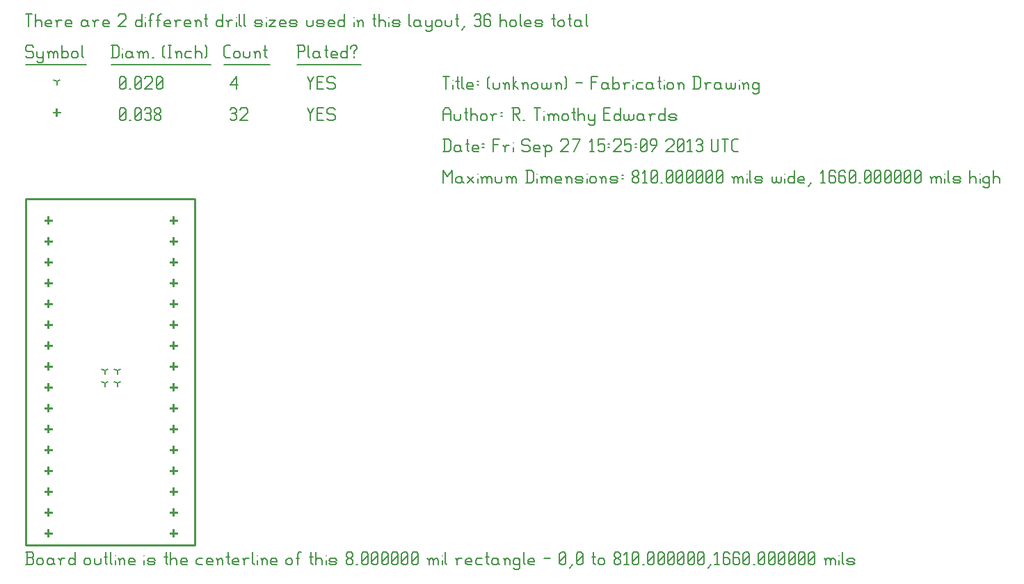
<source format=gbr>
G04 start of page 9 for group -3984 idx -3984 *
G04 Title: (unknown), fab *
G04 Creator: pcb 1.99z *
G04 CreationDate: Fri Sep 27 15:25:09 2013 UTC *
G04 For: tim *
G04 Format: Gerber/RS-274X *
G04 PCB-Dimensions (mil): 810.00 1660.00 *
G04 PCB-Coordinate-Origin: lower left *
%MOIN*%
%FSLAX25Y25*%
%LNFAB*%
%ADD36C,0.0100*%
%ADD35C,0.0075*%
%ADD34C,0.0060*%
%ADD33R,0.0080X0.0080*%
G54D33*X11000Y157100D02*Y153900D01*
X9400Y155500D02*X12600D01*
X11000Y147100D02*Y143900D01*
X9400Y145500D02*X12600D01*
X11000Y137100D02*Y133900D01*
X9400Y135500D02*X12600D01*
X11000Y127100D02*Y123900D01*
X9400Y125500D02*X12600D01*
X11000Y117100D02*Y113900D01*
X9400Y115500D02*X12600D01*
X11000Y107100D02*Y103900D01*
X9400Y105500D02*X12600D01*
X11000Y97100D02*Y93900D01*
X9400Y95500D02*X12600D01*
X11000Y87100D02*Y83900D01*
X9400Y85500D02*X12600D01*
X11000Y77100D02*Y73900D01*
X9400Y75500D02*X12600D01*
X11000Y67100D02*Y63900D01*
X9400Y65500D02*X12600D01*
X11000Y57100D02*Y53900D01*
X9400Y55500D02*X12600D01*
X11000Y47100D02*Y43900D01*
X9400Y45500D02*X12600D01*
X11000Y37100D02*Y33900D01*
X9400Y35500D02*X12600D01*
X11000Y27100D02*Y23900D01*
X9400Y25500D02*X12600D01*
X11000Y17100D02*Y13900D01*
X9400Y15500D02*X12600D01*
X11000Y7100D02*Y3900D01*
X9400Y5500D02*X12600D01*
X71000Y7100D02*Y3900D01*
X69400Y5500D02*X72600D01*
X71000Y17100D02*Y13900D01*
X69400Y15500D02*X72600D01*
X71000Y27100D02*Y23900D01*
X69400Y25500D02*X72600D01*
X71000Y37100D02*Y33900D01*
X69400Y35500D02*X72600D01*
X71000Y47100D02*Y43900D01*
X69400Y45500D02*X72600D01*
X71000Y57100D02*Y53900D01*
X69400Y55500D02*X72600D01*
X71000Y67100D02*Y63900D01*
X69400Y65500D02*X72600D01*
X71000Y77100D02*Y73900D01*
X69400Y75500D02*X72600D01*
X71000Y87100D02*Y83900D01*
X69400Y85500D02*X72600D01*
X71000Y97100D02*Y93900D01*
X69400Y95500D02*X72600D01*
X71000Y107100D02*Y103900D01*
X69400Y105500D02*X72600D01*
X71000Y117100D02*Y113900D01*
X69400Y115500D02*X72600D01*
X71000Y127100D02*Y123900D01*
X69400Y125500D02*X72600D01*
X71000Y137100D02*Y133900D01*
X69400Y135500D02*X72600D01*
X71000Y147100D02*Y143900D01*
X69400Y145500D02*X72600D01*
X71000Y157100D02*Y153900D01*
X69400Y155500D02*X72600D01*
X15000Y208850D02*Y205650D01*
X13400Y207250D02*X16600D01*
G54D34*X135000Y209500D02*X136500Y206500D01*
X138000Y209500D01*
X136500Y206500D02*Y203500D01*
X139800Y206800D02*X142050D01*
X139800Y203500D02*X142800D01*
X139800Y209500D02*Y203500D01*
Y209500D02*X142800D01*
X147600D02*X148350Y208750D01*
X145350Y209500D02*X147600D01*
X144600Y208750D02*X145350Y209500D01*
X144600Y208750D02*Y207250D01*
X145350Y206500D01*
X147600D01*
X148350Y205750D01*
Y204250D01*
X147600Y203500D02*X148350Y204250D01*
X145350Y203500D02*X147600D01*
X144600Y204250D02*X145350Y203500D01*
X98000Y208750D02*X98750Y209500D01*
X100250D01*
X101000Y208750D01*
X100250Y203500D02*X101000Y204250D01*
X98750Y203500D02*X100250D01*
X98000Y204250D02*X98750Y203500D01*
Y206800D02*X100250D01*
X101000Y208750D02*Y207550D01*
Y206050D02*Y204250D01*
Y206050D02*X100250Y206800D01*
X101000Y207550D02*X100250Y206800D01*
X102800Y208750D02*X103550Y209500D01*
X105800D01*
X106550Y208750D01*
Y207250D01*
X102800Y203500D02*X106550Y207250D01*
X102800Y203500D02*X106550D01*
X45000Y204250D02*X45750Y203500D01*
X45000Y208750D02*Y204250D01*
Y208750D02*X45750Y209500D01*
X47250D01*
X48000Y208750D01*
Y204250D01*
X47250Y203500D02*X48000Y204250D01*
X45750Y203500D02*X47250D01*
X45000Y205000D02*X48000Y208000D01*
X49800Y203500D02*X50550D01*
X52350Y204250D02*X53100Y203500D01*
X52350Y208750D02*Y204250D01*
Y208750D02*X53100Y209500D01*
X54600D01*
X55350Y208750D01*
Y204250D01*
X54600Y203500D02*X55350Y204250D01*
X53100Y203500D02*X54600D01*
X52350Y205000D02*X55350Y208000D01*
X57150Y208750D02*X57900Y209500D01*
X59400D01*
X60150Y208750D01*
X59400Y203500D02*X60150Y204250D01*
X57900Y203500D02*X59400D01*
X57150Y204250D02*X57900Y203500D01*
Y206800D02*X59400D01*
X60150Y208750D02*Y207550D01*
Y206050D02*Y204250D01*
Y206050D02*X59400Y206800D01*
X60150Y207550D02*X59400Y206800D01*
X61950Y204250D02*X62700Y203500D01*
X61950Y205450D02*Y204250D01*
Y205450D02*X63000Y206500D01*
X63900D01*
X64950Y205450D01*
Y204250D01*
X64200Y203500D02*X64950Y204250D01*
X62700Y203500D02*X64200D01*
X61950Y207550D02*X63000Y206500D01*
X61950Y208750D02*Y207550D01*
Y208750D02*X62700Y209500D01*
X64200D01*
X64950Y208750D01*
Y207550D01*
X63900Y206500D02*X64950Y207550D01*
X38000Y83500D02*Y81900D01*
Y83500D02*X39387Y84300D01*
X38000Y83500D02*X36613Y84300D01*
X44000Y83500D02*Y81900D01*
Y83500D02*X45387Y84300D01*
X44000Y83500D02*X42613Y84300D01*
X44000Y77500D02*Y75900D01*
Y77500D02*X45387Y78300D01*
X44000Y77500D02*X42613Y78300D01*
X38000Y77500D02*Y75900D01*
Y77500D02*X39387Y78300D01*
X38000Y77500D02*X36613Y78300D01*
X15000Y222250D02*Y220650D01*
Y222250D02*X16387Y223050D01*
X15000Y222250D02*X13613Y223050D01*
X135000Y224500D02*X136500Y221500D01*
X138000Y224500D01*
X136500Y221500D02*Y218500D01*
X139800Y221800D02*X142050D01*
X139800Y218500D02*X142800D01*
X139800Y224500D02*Y218500D01*
Y224500D02*X142800D01*
X147600D02*X148350Y223750D01*
X145350Y224500D02*X147600D01*
X144600Y223750D02*X145350Y224500D01*
X144600Y223750D02*Y222250D01*
X145350Y221500D01*
X147600D01*
X148350Y220750D01*
Y219250D01*
X147600Y218500D02*X148350Y219250D01*
X145350Y218500D02*X147600D01*
X144600Y219250D02*X145350Y218500D01*
X98000Y220750D02*X101000Y224500D01*
X98000Y220750D02*X101750D01*
X101000Y224500D02*Y218500D01*
X45000Y219250D02*X45750Y218500D01*
X45000Y223750D02*Y219250D01*
Y223750D02*X45750Y224500D01*
X47250D01*
X48000Y223750D01*
Y219250D01*
X47250Y218500D02*X48000Y219250D01*
X45750Y218500D02*X47250D01*
X45000Y220000D02*X48000Y223000D01*
X49800Y218500D02*X50550D01*
X52350Y219250D02*X53100Y218500D01*
X52350Y223750D02*Y219250D01*
Y223750D02*X53100Y224500D01*
X54600D01*
X55350Y223750D01*
Y219250D01*
X54600Y218500D02*X55350Y219250D01*
X53100Y218500D02*X54600D01*
X52350Y220000D02*X55350Y223000D01*
X57150Y223750D02*X57900Y224500D01*
X60150D01*
X60900Y223750D01*
Y222250D01*
X57150Y218500D02*X60900Y222250D01*
X57150Y218500D02*X60900D01*
X62700Y219250D02*X63450Y218500D01*
X62700Y223750D02*Y219250D01*
Y223750D02*X63450Y224500D01*
X64950D01*
X65700Y223750D01*
Y219250D01*
X64950Y218500D02*X65700Y219250D01*
X63450Y218500D02*X64950D01*
X62700Y220000D02*X65700Y223000D01*
X3000Y239500D02*X3750Y238750D01*
X750Y239500D02*X3000D01*
X0Y238750D02*X750Y239500D01*
X0Y238750D02*Y237250D01*
X750Y236500D01*
X3000D01*
X3750Y235750D01*
Y234250D01*
X3000Y233500D02*X3750Y234250D01*
X750Y233500D02*X3000D01*
X0Y234250D02*X750Y233500D01*
X5550Y236500D02*Y234250D01*
X6300Y233500D01*
X8550Y236500D02*Y232000D01*
X7800Y231250D02*X8550Y232000D01*
X6300Y231250D02*X7800D01*
X5550Y232000D02*X6300Y231250D01*
Y233500D02*X7800D01*
X8550Y234250D01*
X11100Y235750D02*Y233500D01*
Y235750D02*X11850Y236500D01*
X12600D01*
X13350Y235750D01*
Y233500D01*
Y235750D02*X14100Y236500D01*
X14850D01*
X15600Y235750D01*
Y233500D01*
X10350Y236500D02*X11100Y235750D01*
X17400Y239500D02*Y233500D01*
Y234250D02*X18150Y233500D01*
X19650D01*
X20400Y234250D01*
Y235750D02*Y234250D01*
X19650Y236500D02*X20400Y235750D01*
X18150Y236500D02*X19650D01*
X17400Y235750D02*X18150Y236500D01*
X22200Y235750D02*Y234250D01*
Y235750D02*X22950Y236500D01*
X24450D01*
X25200Y235750D01*
Y234250D01*
X24450Y233500D02*X25200Y234250D01*
X22950Y233500D02*X24450D01*
X22200Y234250D02*X22950Y233500D01*
X27000Y239500D02*Y234250D01*
X27750Y233500D01*
X0Y230250D02*X29250D01*
X41750Y239500D02*Y233500D01*
X43700Y239500D02*X44750Y238450D01*
Y234550D01*
X43700Y233500D02*X44750Y234550D01*
X41000Y233500D02*X43700D01*
X41000Y239500D02*X43700D01*
G54D35*X46550Y238000D02*Y237850D01*
G54D34*Y235750D02*Y233500D01*
X50300Y236500D02*X51050Y235750D01*
X48800Y236500D02*X50300D01*
X48050Y235750D02*X48800Y236500D01*
X48050Y235750D02*Y234250D01*
X48800Y233500D01*
X51050Y236500D02*Y234250D01*
X51800Y233500D01*
X48800D02*X50300D01*
X51050Y234250D01*
X54350Y235750D02*Y233500D01*
Y235750D02*X55100Y236500D01*
X55850D01*
X56600Y235750D01*
Y233500D01*
Y235750D02*X57350Y236500D01*
X58100D01*
X58850Y235750D01*
Y233500D01*
X53600Y236500D02*X54350Y235750D01*
X60650Y233500D02*X61400D01*
X65900Y234250D02*X66650Y233500D01*
X65900Y238750D02*X66650Y239500D01*
X65900Y238750D02*Y234250D01*
X68450Y239500D02*X69950D01*
X69200D02*Y233500D01*
X68450D02*X69950D01*
X72500Y235750D02*Y233500D01*
Y235750D02*X73250Y236500D01*
X74000D01*
X74750Y235750D01*
Y233500D01*
X71750Y236500D02*X72500Y235750D01*
X77300Y236500D02*X79550D01*
X76550Y235750D02*X77300Y236500D01*
X76550Y235750D02*Y234250D01*
X77300Y233500D01*
X79550D01*
X81350Y239500D02*Y233500D01*
Y235750D02*X82100Y236500D01*
X83600D01*
X84350Y235750D01*
Y233500D01*
X86150Y239500D02*X86900Y238750D01*
Y234250D01*
X86150Y233500D02*X86900Y234250D01*
X41000Y230250D02*X88700D01*
X96050Y233500D02*X98000D01*
X95000Y234550D02*X96050Y233500D01*
X95000Y238450D02*Y234550D01*
Y238450D02*X96050Y239500D01*
X98000D01*
X99800Y235750D02*Y234250D01*
Y235750D02*X100550Y236500D01*
X102050D01*
X102800Y235750D01*
Y234250D01*
X102050Y233500D02*X102800Y234250D01*
X100550Y233500D02*X102050D01*
X99800Y234250D02*X100550Y233500D01*
X104600Y236500D02*Y234250D01*
X105350Y233500D01*
X106850D01*
X107600Y234250D01*
Y236500D02*Y234250D01*
X110150Y235750D02*Y233500D01*
Y235750D02*X110900Y236500D01*
X111650D01*
X112400Y235750D01*
Y233500D01*
X109400Y236500D02*X110150Y235750D01*
X114950Y239500D02*Y234250D01*
X115700Y233500D01*
X114200Y237250D02*X115700D01*
X95000Y230250D02*X117200D01*
X130750Y239500D02*Y233500D01*
X130000Y239500D02*X133000D01*
X133750Y238750D01*
Y237250D01*
X133000Y236500D02*X133750Y237250D01*
X130750Y236500D02*X133000D01*
X135550Y239500D02*Y234250D01*
X136300Y233500D01*
X140050Y236500D02*X140800Y235750D01*
X138550Y236500D02*X140050D01*
X137800Y235750D02*X138550Y236500D01*
X137800Y235750D02*Y234250D01*
X138550Y233500D01*
X140800Y236500D02*Y234250D01*
X141550Y233500D01*
X138550D02*X140050D01*
X140800Y234250D01*
X144100Y239500D02*Y234250D01*
X144850Y233500D01*
X143350Y237250D02*X144850D01*
X147100Y233500D02*X149350D01*
X146350Y234250D02*X147100Y233500D01*
X146350Y235750D02*Y234250D01*
Y235750D02*X147100Y236500D01*
X148600D01*
X149350Y235750D01*
X146350Y235000D02*X149350D01*
Y235750D02*Y235000D01*
X154150Y239500D02*Y233500D01*
X153400D02*X154150Y234250D01*
X151900Y233500D02*X153400D01*
X151150Y234250D02*X151900Y233500D01*
X151150Y235750D02*Y234250D01*
Y235750D02*X151900Y236500D01*
X153400D01*
X154150Y235750D01*
X157450Y236500D02*Y235750D01*
Y234250D02*Y233500D01*
X155950Y238750D02*Y238000D01*
Y238750D02*X156700Y239500D01*
X158200D01*
X158950Y238750D01*
Y238000D01*
X157450Y236500D02*X158950Y238000D01*
X130000Y230250D02*X160750D01*
X0Y254500D02*X3000D01*
X1500D02*Y248500D01*
X4800Y254500D02*Y248500D01*
Y250750D02*X5550Y251500D01*
X7050D01*
X7800Y250750D01*
Y248500D01*
X10350D02*X12600D01*
X9600Y249250D02*X10350Y248500D01*
X9600Y250750D02*Y249250D01*
Y250750D02*X10350Y251500D01*
X11850D01*
X12600Y250750D01*
X9600Y250000D02*X12600D01*
Y250750D02*Y250000D01*
X15150Y250750D02*Y248500D01*
Y250750D02*X15900Y251500D01*
X17400D01*
X14400D02*X15150Y250750D01*
X19950Y248500D02*X22200D01*
X19200Y249250D02*X19950Y248500D01*
X19200Y250750D02*Y249250D01*
Y250750D02*X19950Y251500D01*
X21450D01*
X22200Y250750D01*
X19200Y250000D02*X22200D01*
Y250750D02*Y250000D01*
X28950Y251500D02*X29700Y250750D01*
X27450Y251500D02*X28950D01*
X26700Y250750D02*X27450Y251500D01*
X26700Y250750D02*Y249250D01*
X27450Y248500D01*
X29700Y251500D02*Y249250D01*
X30450Y248500D01*
X27450D02*X28950D01*
X29700Y249250D01*
X33000Y250750D02*Y248500D01*
Y250750D02*X33750Y251500D01*
X35250D01*
X32250D02*X33000Y250750D01*
X37800Y248500D02*X40050D01*
X37050Y249250D02*X37800Y248500D01*
X37050Y250750D02*Y249250D01*
Y250750D02*X37800Y251500D01*
X39300D01*
X40050Y250750D01*
X37050Y250000D02*X40050D01*
Y250750D02*Y250000D01*
X44550Y253750D02*X45300Y254500D01*
X47550D01*
X48300Y253750D01*
Y252250D01*
X44550Y248500D02*X48300Y252250D01*
X44550Y248500D02*X48300D01*
X55800Y254500D02*Y248500D01*
X55050D02*X55800Y249250D01*
X53550Y248500D02*X55050D01*
X52800Y249250D02*X53550Y248500D01*
X52800Y250750D02*Y249250D01*
Y250750D02*X53550Y251500D01*
X55050D01*
X55800Y250750D01*
G54D35*X57600Y253000D02*Y252850D01*
G54D34*Y250750D02*Y248500D01*
X59850Y253750D02*Y248500D01*
Y253750D02*X60600Y254500D01*
X61350D01*
X59100Y251500D02*X60600D01*
X63600Y253750D02*Y248500D01*
Y253750D02*X64350Y254500D01*
X65100D01*
X62850Y251500D02*X64350D01*
X67350Y248500D02*X69600D01*
X66600Y249250D02*X67350Y248500D01*
X66600Y250750D02*Y249250D01*
Y250750D02*X67350Y251500D01*
X68850D01*
X69600Y250750D01*
X66600Y250000D02*X69600D01*
Y250750D02*Y250000D01*
X72150Y250750D02*Y248500D01*
Y250750D02*X72900Y251500D01*
X74400D01*
X71400D02*X72150Y250750D01*
X76950Y248500D02*X79200D01*
X76200Y249250D02*X76950Y248500D01*
X76200Y250750D02*Y249250D01*
Y250750D02*X76950Y251500D01*
X78450D01*
X79200Y250750D01*
X76200Y250000D02*X79200D01*
Y250750D02*Y250000D01*
X81750Y250750D02*Y248500D01*
Y250750D02*X82500Y251500D01*
X83250D01*
X84000Y250750D01*
Y248500D01*
X81000Y251500D02*X81750Y250750D01*
X86550Y254500D02*Y249250D01*
X87300Y248500D01*
X85800Y252250D02*X87300D01*
X94500Y254500D02*Y248500D01*
X93750D02*X94500Y249250D01*
X92250Y248500D02*X93750D01*
X91500Y249250D02*X92250Y248500D01*
X91500Y250750D02*Y249250D01*
Y250750D02*X92250Y251500D01*
X93750D01*
X94500Y250750D01*
X97050D02*Y248500D01*
Y250750D02*X97800Y251500D01*
X99300D01*
X96300D02*X97050Y250750D01*
G54D35*X101100Y253000D02*Y252850D01*
G54D34*Y250750D02*Y248500D01*
X102600Y254500D02*Y249250D01*
X103350Y248500D01*
X104850Y254500D02*Y249250D01*
X105600Y248500D01*
X110550D02*X112800D01*
X113550Y249250D01*
X112800Y250000D02*X113550Y249250D01*
X110550Y250000D02*X112800D01*
X109800Y250750D02*X110550Y250000D01*
X109800Y250750D02*X110550Y251500D01*
X112800D01*
X113550Y250750D01*
X109800Y249250D02*X110550Y248500D01*
G54D35*X115350Y253000D02*Y252850D01*
G54D34*Y250750D02*Y248500D01*
X116850Y251500D02*X119850D01*
X116850Y248500D02*X119850Y251500D01*
X116850Y248500D02*X119850D01*
X122400D02*X124650D01*
X121650Y249250D02*X122400Y248500D01*
X121650Y250750D02*Y249250D01*
Y250750D02*X122400Y251500D01*
X123900D01*
X124650Y250750D01*
X121650Y250000D02*X124650D01*
Y250750D02*Y250000D01*
X127200Y248500D02*X129450D01*
X130200Y249250D01*
X129450Y250000D02*X130200Y249250D01*
X127200Y250000D02*X129450D01*
X126450Y250750D02*X127200Y250000D01*
X126450Y250750D02*X127200Y251500D01*
X129450D01*
X130200Y250750D01*
X126450Y249250D02*X127200Y248500D01*
X134700Y251500D02*Y249250D01*
X135450Y248500D01*
X136950D01*
X137700Y249250D01*
Y251500D02*Y249250D01*
X140250Y248500D02*X142500D01*
X143250Y249250D01*
X142500Y250000D02*X143250Y249250D01*
X140250Y250000D02*X142500D01*
X139500Y250750D02*X140250Y250000D01*
X139500Y250750D02*X140250Y251500D01*
X142500D01*
X143250Y250750D01*
X139500Y249250D02*X140250Y248500D01*
X145800D02*X148050D01*
X145050Y249250D02*X145800Y248500D01*
X145050Y250750D02*Y249250D01*
Y250750D02*X145800Y251500D01*
X147300D01*
X148050Y250750D01*
X145050Y250000D02*X148050D01*
Y250750D02*Y250000D01*
X152850Y254500D02*Y248500D01*
X152100D02*X152850Y249250D01*
X150600Y248500D02*X152100D01*
X149850Y249250D02*X150600Y248500D01*
X149850Y250750D02*Y249250D01*
Y250750D02*X150600Y251500D01*
X152100D01*
X152850Y250750D01*
G54D35*X157350Y253000D02*Y252850D01*
G54D34*Y250750D02*Y248500D01*
X159600Y250750D02*Y248500D01*
Y250750D02*X160350Y251500D01*
X161100D01*
X161850Y250750D01*
Y248500D01*
X158850Y251500D02*X159600Y250750D01*
X167100Y254500D02*Y249250D01*
X167850Y248500D01*
X166350Y252250D02*X167850D01*
X169350Y254500D02*Y248500D01*
Y250750D02*X170100Y251500D01*
X171600D01*
X172350Y250750D01*
Y248500D01*
G54D35*X174150Y253000D02*Y252850D01*
G54D34*Y250750D02*Y248500D01*
X176400D02*X178650D01*
X179400Y249250D01*
X178650Y250000D02*X179400Y249250D01*
X176400Y250000D02*X178650D01*
X175650Y250750D02*X176400Y250000D01*
X175650Y250750D02*X176400Y251500D01*
X178650D01*
X179400Y250750D01*
X175650Y249250D02*X176400Y248500D01*
X183900Y254500D02*Y249250D01*
X184650Y248500D01*
X188400Y251500D02*X189150Y250750D01*
X186900Y251500D02*X188400D01*
X186150Y250750D02*X186900Y251500D01*
X186150Y250750D02*Y249250D01*
X186900Y248500D01*
X189150Y251500D02*Y249250D01*
X189900Y248500D01*
X186900D02*X188400D01*
X189150Y249250D01*
X191700Y251500D02*Y249250D01*
X192450Y248500D01*
X194700Y251500D02*Y247000D01*
X193950Y246250D02*X194700Y247000D01*
X192450Y246250D02*X193950D01*
X191700Y247000D02*X192450Y246250D01*
Y248500D02*X193950D01*
X194700Y249250D01*
X196500Y250750D02*Y249250D01*
Y250750D02*X197250Y251500D01*
X198750D01*
X199500Y250750D01*
Y249250D01*
X198750Y248500D02*X199500Y249250D01*
X197250Y248500D02*X198750D01*
X196500Y249250D02*X197250Y248500D01*
X201300Y251500D02*Y249250D01*
X202050Y248500D01*
X203550D01*
X204300Y249250D01*
Y251500D02*Y249250D01*
X206850Y254500D02*Y249250D01*
X207600Y248500D01*
X206100Y252250D02*X207600D01*
X209100Y247000D02*X210600Y248500D01*
X215100Y253750D02*X215850Y254500D01*
X217350D01*
X218100Y253750D01*
X217350Y248500D02*X218100Y249250D01*
X215850Y248500D02*X217350D01*
X215100Y249250D02*X215850Y248500D01*
Y251800D02*X217350D01*
X218100Y253750D02*Y252550D01*
Y251050D02*Y249250D01*
Y251050D02*X217350Y251800D01*
X218100Y252550D02*X217350Y251800D01*
X222150Y254500D02*X222900Y253750D01*
X220650Y254500D02*X222150D01*
X219900Y253750D02*X220650Y254500D01*
X219900Y253750D02*Y249250D01*
X220650Y248500D01*
X222150Y251800D02*X222900Y251050D01*
X219900Y251800D02*X222150D01*
X220650Y248500D02*X222150D01*
X222900Y249250D01*
Y251050D02*Y249250D01*
X227400Y254500D02*Y248500D01*
Y250750D02*X228150Y251500D01*
X229650D01*
X230400Y250750D01*
Y248500D01*
X232200Y250750D02*Y249250D01*
Y250750D02*X232950Y251500D01*
X234450D01*
X235200Y250750D01*
Y249250D01*
X234450Y248500D02*X235200Y249250D01*
X232950Y248500D02*X234450D01*
X232200Y249250D02*X232950Y248500D01*
X237000Y254500D02*Y249250D01*
X237750Y248500D01*
X240000D02*X242250D01*
X239250Y249250D02*X240000Y248500D01*
X239250Y250750D02*Y249250D01*
Y250750D02*X240000Y251500D01*
X241500D01*
X242250Y250750D01*
X239250Y250000D02*X242250D01*
Y250750D02*Y250000D01*
X244800Y248500D02*X247050D01*
X247800Y249250D01*
X247050Y250000D02*X247800Y249250D01*
X244800Y250000D02*X247050D01*
X244050Y250750D02*X244800Y250000D01*
X244050Y250750D02*X244800Y251500D01*
X247050D01*
X247800Y250750D01*
X244050Y249250D02*X244800Y248500D01*
X253050Y254500D02*Y249250D01*
X253800Y248500D01*
X252300Y252250D02*X253800D01*
X255300Y250750D02*Y249250D01*
Y250750D02*X256050Y251500D01*
X257550D01*
X258300Y250750D01*
Y249250D01*
X257550Y248500D02*X258300Y249250D01*
X256050Y248500D02*X257550D01*
X255300Y249250D02*X256050Y248500D01*
X260850Y254500D02*Y249250D01*
X261600Y248500D01*
X260100Y252250D02*X261600D01*
X265350Y251500D02*X266100Y250750D01*
X263850Y251500D02*X265350D01*
X263100Y250750D02*X263850Y251500D01*
X263100Y250750D02*Y249250D01*
X263850Y248500D01*
X266100Y251500D02*Y249250D01*
X266850Y248500D01*
X263850D02*X265350D01*
X266100Y249250D01*
X268650Y254500D02*Y249250D01*
X269400Y248500D01*
G54D36*X0Y166000D02*X81000D01*
X0D02*Y0D01*
X81000Y166000D02*Y0D01*
X0D02*X81000D01*
G54D34*X200000Y179500D02*Y173500D01*
Y179500D02*X202250Y176500D01*
X204500Y179500D01*
Y173500D01*
X208550Y176500D02*X209300Y175750D01*
X207050Y176500D02*X208550D01*
X206300Y175750D02*X207050Y176500D01*
X206300Y175750D02*Y174250D01*
X207050Y173500D01*
X209300Y176500D02*Y174250D01*
X210050Y173500D01*
X207050D02*X208550D01*
X209300Y174250D01*
X211850Y176500D02*X214850Y173500D01*
X211850D02*X214850Y176500D01*
G54D35*X216650Y178000D02*Y177850D01*
G54D34*Y175750D02*Y173500D01*
X218900Y175750D02*Y173500D01*
Y175750D02*X219650Y176500D01*
X220400D01*
X221150Y175750D01*
Y173500D01*
Y175750D02*X221900Y176500D01*
X222650D01*
X223400Y175750D01*
Y173500D01*
X218150Y176500D02*X218900Y175750D01*
X225200Y176500D02*Y174250D01*
X225950Y173500D01*
X227450D01*
X228200Y174250D01*
Y176500D02*Y174250D01*
X230750Y175750D02*Y173500D01*
Y175750D02*X231500Y176500D01*
X232250D01*
X233000Y175750D01*
Y173500D01*
Y175750D02*X233750Y176500D01*
X234500D01*
X235250Y175750D01*
Y173500D01*
X230000Y176500D02*X230750Y175750D01*
X240500Y179500D02*Y173500D01*
X242450Y179500D02*X243500Y178450D01*
Y174550D01*
X242450Y173500D02*X243500Y174550D01*
X239750Y173500D02*X242450D01*
X239750Y179500D02*X242450D01*
G54D35*X245300Y178000D02*Y177850D01*
G54D34*Y175750D02*Y173500D01*
X247550Y175750D02*Y173500D01*
Y175750D02*X248300Y176500D01*
X249050D01*
X249800Y175750D01*
Y173500D01*
Y175750D02*X250550Y176500D01*
X251300D01*
X252050Y175750D01*
Y173500D01*
X246800Y176500D02*X247550Y175750D01*
X254600Y173500D02*X256850D01*
X253850Y174250D02*X254600Y173500D01*
X253850Y175750D02*Y174250D01*
Y175750D02*X254600Y176500D01*
X256100D01*
X256850Y175750D01*
X253850Y175000D02*X256850D01*
Y175750D02*Y175000D01*
X259400Y175750D02*Y173500D01*
Y175750D02*X260150Y176500D01*
X260900D01*
X261650Y175750D01*
Y173500D01*
X258650Y176500D02*X259400Y175750D01*
X264200Y173500D02*X266450D01*
X267200Y174250D01*
X266450Y175000D02*X267200Y174250D01*
X264200Y175000D02*X266450D01*
X263450Y175750D02*X264200Y175000D01*
X263450Y175750D02*X264200Y176500D01*
X266450D01*
X267200Y175750D01*
X263450Y174250D02*X264200Y173500D01*
G54D35*X269000Y178000D02*Y177850D01*
G54D34*Y175750D02*Y173500D01*
X270500Y175750D02*Y174250D01*
Y175750D02*X271250Y176500D01*
X272750D01*
X273500Y175750D01*
Y174250D01*
X272750Y173500D02*X273500Y174250D01*
X271250Y173500D02*X272750D01*
X270500Y174250D02*X271250Y173500D01*
X276050Y175750D02*Y173500D01*
Y175750D02*X276800Y176500D01*
X277550D01*
X278300Y175750D01*
Y173500D01*
X275300Y176500D02*X276050Y175750D01*
X280850Y173500D02*X283100D01*
X283850Y174250D01*
X283100Y175000D02*X283850Y174250D01*
X280850Y175000D02*X283100D01*
X280100Y175750D02*X280850Y175000D01*
X280100Y175750D02*X280850Y176500D01*
X283100D01*
X283850Y175750D01*
X280100Y174250D02*X280850Y173500D01*
X285650Y177250D02*X286400D01*
X285650Y175750D02*X286400D01*
X290900Y174250D02*X291650Y173500D01*
X290900Y175450D02*Y174250D01*
Y175450D02*X291950Y176500D01*
X292850D01*
X293900Y175450D01*
Y174250D01*
X293150Y173500D02*X293900Y174250D01*
X291650Y173500D02*X293150D01*
X290900Y177550D02*X291950Y176500D01*
X290900Y178750D02*Y177550D01*
Y178750D02*X291650Y179500D01*
X293150D01*
X293900Y178750D01*
Y177550D01*
X292850Y176500D02*X293900Y177550D01*
X295700Y178300D02*X296900Y179500D01*
Y173500D01*
X295700D02*X297950D01*
X299750Y174250D02*X300500Y173500D01*
X299750Y178750D02*Y174250D01*
Y178750D02*X300500Y179500D01*
X302000D01*
X302750Y178750D01*
Y174250D01*
X302000Y173500D02*X302750Y174250D01*
X300500Y173500D02*X302000D01*
X299750Y175000D02*X302750Y178000D01*
X304550Y173500D02*X305300D01*
X307100Y174250D02*X307850Y173500D01*
X307100Y178750D02*Y174250D01*
Y178750D02*X307850Y179500D01*
X309350D01*
X310100Y178750D01*
Y174250D01*
X309350Y173500D02*X310100Y174250D01*
X307850Y173500D02*X309350D01*
X307100Y175000D02*X310100Y178000D01*
X311900Y174250D02*X312650Y173500D01*
X311900Y178750D02*Y174250D01*
Y178750D02*X312650Y179500D01*
X314150D01*
X314900Y178750D01*
Y174250D01*
X314150Y173500D02*X314900Y174250D01*
X312650Y173500D02*X314150D01*
X311900Y175000D02*X314900Y178000D01*
X316700Y174250D02*X317450Y173500D01*
X316700Y178750D02*Y174250D01*
Y178750D02*X317450Y179500D01*
X318950D01*
X319700Y178750D01*
Y174250D01*
X318950Y173500D02*X319700Y174250D01*
X317450Y173500D02*X318950D01*
X316700Y175000D02*X319700Y178000D01*
X321500Y174250D02*X322250Y173500D01*
X321500Y178750D02*Y174250D01*
Y178750D02*X322250Y179500D01*
X323750D01*
X324500Y178750D01*
Y174250D01*
X323750Y173500D02*X324500Y174250D01*
X322250Y173500D02*X323750D01*
X321500Y175000D02*X324500Y178000D01*
X326300Y174250D02*X327050Y173500D01*
X326300Y178750D02*Y174250D01*
Y178750D02*X327050Y179500D01*
X328550D01*
X329300Y178750D01*
Y174250D01*
X328550Y173500D02*X329300Y174250D01*
X327050Y173500D02*X328550D01*
X326300Y175000D02*X329300Y178000D01*
X331100Y174250D02*X331850Y173500D01*
X331100Y178750D02*Y174250D01*
Y178750D02*X331850Y179500D01*
X333350D01*
X334100Y178750D01*
Y174250D01*
X333350Y173500D02*X334100Y174250D01*
X331850Y173500D02*X333350D01*
X331100Y175000D02*X334100Y178000D01*
X339350Y175750D02*Y173500D01*
Y175750D02*X340100Y176500D01*
X340850D01*
X341600Y175750D01*
Y173500D01*
Y175750D02*X342350Y176500D01*
X343100D01*
X343850Y175750D01*
Y173500D01*
X338600Y176500D02*X339350Y175750D01*
G54D35*X345650Y178000D02*Y177850D01*
G54D34*Y175750D02*Y173500D01*
X347150Y179500D02*Y174250D01*
X347900Y173500D01*
X350150D02*X352400D01*
X353150Y174250D01*
X352400Y175000D02*X353150Y174250D01*
X350150Y175000D02*X352400D01*
X349400Y175750D02*X350150Y175000D01*
X349400Y175750D02*X350150Y176500D01*
X352400D01*
X353150Y175750D01*
X349400Y174250D02*X350150Y173500D01*
X357650Y176500D02*Y174250D01*
X358400Y173500D01*
X359150D01*
X359900Y174250D01*
Y176500D02*Y174250D01*
X360650Y173500D01*
X361400D01*
X362150Y174250D01*
Y176500D02*Y174250D01*
G54D35*X363950Y178000D02*Y177850D01*
G54D34*Y175750D02*Y173500D01*
X368450Y179500D02*Y173500D01*
X367700D02*X368450Y174250D01*
X366200Y173500D02*X367700D01*
X365450Y174250D02*X366200Y173500D01*
X365450Y175750D02*Y174250D01*
Y175750D02*X366200Y176500D01*
X367700D01*
X368450Y175750D01*
X371000Y173500D02*X373250D01*
X370250Y174250D02*X371000Y173500D01*
X370250Y175750D02*Y174250D01*
Y175750D02*X371000Y176500D01*
X372500D01*
X373250Y175750D01*
X370250Y175000D02*X373250D01*
Y175750D02*Y175000D01*
X375050Y172000D02*X376550Y173500D01*
X381050Y178300D02*X382250Y179500D01*
Y173500D01*
X381050D02*X383300D01*
X387350Y179500D02*X388100Y178750D01*
X385850Y179500D02*X387350D01*
X385100Y178750D02*X385850Y179500D01*
X385100Y178750D02*Y174250D01*
X385850Y173500D01*
X387350Y176800D02*X388100Y176050D01*
X385100Y176800D02*X387350D01*
X385850Y173500D02*X387350D01*
X388100Y174250D01*
Y176050D02*Y174250D01*
X392150Y179500D02*X392900Y178750D01*
X390650Y179500D02*X392150D01*
X389900Y178750D02*X390650Y179500D01*
X389900Y178750D02*Y174250D01*
X390650Y173500D01*
X392150Y176800D02*X392900Y176050D01*
X389900Y176800D02*X392150D01*
X390650Y173500D02*X392150D01*
X392900Y174250D01*
Y176050D02*Y174250D01*
X394700D02*X395450Y173500D01*
X394700Y178750D02*Y174250D01*
Y178750D02*X395450Y179500D01*
X396950D01*
X397700Y178750D01*
Y174250D01*
X396950Y173500D02*X397700Y174250D01*
X395450Y173500D02*X396950D01*
X394700Y175000D02*X397700Y178000D01*
X399500Y173500D02*X400250D01*
X402050Y174250D02*X402800Y173500D01*
X402050Y178750D02*Y174250D01*
Y178750D02*X402800Y179500D01*
X404300D01*
X405050Y178750D01*
Y174250D01*
X404300Y173500D02*X405050Y174250D01*
X402800Y173500D02*X404300D01*
X402050Y175000D02*X405050Y178000D01*
X406850Y174250D02*X407600Y173500D01*
X406850Y178750D02*Y174250D01*
Y178750D02*X407600Y179500D01*
X409100D01*
X409850Y178750D01*
Y174250D01*
X409100Y173500D02*X409850Y174250D01*
X407600Y173500D02*X409100D01*
X406850Y175000D02*X409850Y178000D01*
X411650Y174250D02*X412400Y173500D01*
X411650Y178750D02*Y174250D01*
Y178750D02*X412400Y179500D01*
X413900D01*
X414650Y178750D01*
Y174250D01*
X413900Y173500D02*X414650Y174250D01*
X412400Y173500D02*X413900D01*
X411650Y175000D02*X414650Y178000D01*
X416450Y174250D02*X417200Y173500D01*
X416450Y178750D02*Y174250D01*
Y178750D02*X417200Y179500D01*
X418700D01*
X419450Y178750D01*
Y174250D01*
X418700Y173500D02*X419450Y174250D01*
X417200Y173500D02*X418700D01*
X416450Y175000D02*X419450Y178000D01*
X421250Y174250D02*X422000Y173500D01*
X421250Y178750D02*Y174250D01*
Y178750D02*X422000Y179500D01*
X423500D01*
X424250Y178750D01*
Y174250D01*
X423500Y173500D02*X424250Y174250D01*
X422000Y173500D02*X423500D01*
X421250Y175000D02*X424250Y178000D01*
X426050Y174250D02*X426800Y173500D01*
X426050Y178750D02*Y174250D01*
Y178750D02*X426800Y179500D01*
X428300D01*
X429050Y178750D01*
Y174250D01*
X428300Y173500D02*X429050Y174250D01*
X426800Y173500D02*X428300D01*
X426050Y175000D02*X429050Y178000D01*
X434300Y175750D02*Y173500D01*
Y175750D02*X435050Y176500D01*
X435800D01*
X436550Y175750D01*
Y173500D01*
Y175750D02*X437300Y176500D01*
X438050D01*
X438800Y175750D01*
Y173500D01*
X433550Y176500D02*X434300Y175750D01*
G54D35*X440600Y178000D02*Y177850D01*
G54D34*Y175750D02*Y173500D01*
X442100Y179500D02*Y174250D01*
X442850Y173500D01*
X445100D02*X447350D01*
X448100Y174250D01*
X447350Y175000D02*X448100Y174250D01*
X445100Y175000D02*X447350D01*
X444350Y175750D02*X445100Y175000D01*
X444350Y175750D02*X445100Y176500D01*
X447350D01*
X448100Y175750D01*
X444350Y174250D02*X445100Y173500D01*
X452600Y179500D02*Y173500D01*
Y175750D02*X453350Y176500D01*
X454850D01*
X455600Y175750D01*
Y173500D01*
G54D35*X457400Y178000D02*Y177850D01*
G54D34*Y175750D02*Y173500D01*
X461150Y176500D02*X461900Y175750D01*
X459650Y176500D02*X461150D01*
X458900Y175750D02*X459650Y176500D01*
X458900Y175750D02*Y174250D01*
X459650Y173500D01*
X461150D01*
X461900Y174250D01*
X458900Y172000D02*X459650Y171250D01*
X461150D01*
X461900Y172000D01*
Y176500D02*Y172000D01*
X463700Y179500D02*Y173500D01*
Y175750D02*X464450Y176500D01*
X465950D01*
X466700Y175750D01*
Y173500D01*
X0Y-9500D02*X3000D01*
X3750Y-8750D01*
Y-6950D02*Y-8750D01*
X3000Y-6200D02*X3750Y-6950D01*
X750Y-6200D02*X3000D01*
X750Y-3500D02*Y-9500D01*
X0Y-3500D02*X3000D01*
X3750Y-4250D01*
Y-5450D01*
X3000Y-6200D02*X3750Y-5450D01*
X5550Y-7250D02*Y-8750D01*
Y-7250D02*X6300Y-6500D01*
X7800D01*
X8550Y-7250D01*
Y-8750D01*
X7800Y-9500D02*X8550Y-8750D01*
X6300Y-9500D02*X7800D01*
X5550Y-8750D02*X6300Y-9500D01*
X12600Y-6500D02*X13350Y-7250D01*
X11100Y-6500D02*X12600D01*
X10350Y-7250D02*X11100Y-6500D01*
X10350Y-7250D02*Y-8750D01*
X11100Y-9500D01*
X13350Y-6500D02*Y-8750D01*
X14100Y-9500D01*
X11100D02*X12600D01*
X13350Y-8750D01*
X16650Y-7250D02*Y-9500D01*
Y-7250D02*X17400Y-6500D01*
X18900D01*
X15900D02*X16650Y-7250D01*
X23700Y-3500D02*Y-9500D01*
X22950D02*X23700Y-8750D01*
X21450Y-9500D02*X22950D01*
X20700Y-8750D02*X21450Y-9500D01*
X20700Y-7250D02*Y-8750D01*
Y-7250D02*X21450Y-6500D01*
X22950D01*
X23700Y-7250D01*
X28200D02*Y-8750D01*
Y-7250D02*X28950Y-6500D01*
X30450D01*
X31200Y-7250D01*
Y-8750D01*
X30450Y-9500D02*X31200Y-8750D01*
X28950Y-9500D02*X30450D01*
X28200Y-8750D02*X28950Y-9500D01*
X33000Y-6500D02*Y-8750D01*
X33750Y-9500D01*
X35250D01*
X36000Y-8750D01*
Y-6500D02*Y-8750D01*
X38550Y-3500D02*Y-8750D01*
X39300Y-9500D01*
X37800Y-5750D02*X39300D01*
X40800Y-3500D02*Y-8750D01*
X41550Y-9500D01*
G54D35*X43050Y-5000D02*Y-5150D01*
G54D34*Y-7250D02*Y-9500D01*
X45300Y-7250D02*Y-9500D01*
Y-7250D02*X46050Y-6500D01*
X46800D01*
X47550Y-7250D01*
Y-9500D01*
X44550Y-6500D02*X45300Y-7250D01*
X50100Y-9500D02*X52350D01*
X49350Y-8750D02*X50100Y-9500D01*
X49350Y-7250D02*Y-8750D01*
Y-7250D02*X50100Y-6500D01*
X51600D01*
X52350Y-7250D01*
X49350Y-8000D02*X52350D01*
Y-7250D02*Y-8000D01*
G54D35*X56850Y-5000D02*Y-5150D01*
G54D34*Y-7250D02*Y-9500D01*
X59100D02*X61350D01*
X62100Y-8750D01*
X61350Y-8000D02*X62100Y-8750D01*
X59100Y-8000D02*X61350D01*
X58350Y-7250D02*X59100Y-8000D01*
X58350Y-7250D02*X59100Y-6500D01*
X61350D01*
X62100Y-7250D01*
X58350Y-8750D02*X59100Y-9500D01*
X67350Y-3500D02*Y-8750D01*
X68100Y-9500D01*
X66600Y-5750D02*X68100D01*
X69600Y-3500D02*Y-9500D01*
Y-7250D02*X70350Y-6500D01*
X71850D01*
X72600Y-7250D01*
Y-9500D01*
X75150D02*X77400D01*
X74400Y-8750D02*X75150Y-9500D01*
X74400Y-7250D02*Y-8750D01*
Y-7250D02*X75150Y-6500D01*
X76650D01*
X77400Y-7250D01*
X74400Y-8000D02*X77400D01*
Y-7250D02*Y-8000D01*
X82650Y-6500D02*X84900D01*
X81900Y-7250D02*X82650Y-6500D01*
X81900Y-7250D02*Y-8750D01*
X82650Y-9500D01*
X84900D01*
X87450D02*X89700D01*
X86700Y-8750D02*X87450Y-9500D01*
X86700Y-7250D02*Y-8750D01*
Y-7250D02*X87450Y-6500D01*
X88950D01*
X89700Y-7250D01*
X86700Y-8000D02*X89700D01*
Y-7250D02*Y-8000D01*
X92250Y-7250D02*Y-9500D01*
Y-7250D02*X93000Y-6500D01*
X93750D01*
X94500Y-7250D01*
Y-9500D01*
X91500Y-6500D02*X92250Y-7250D01*
X97050Y-3500D02*Y-8750D01*
X97800Y-9500D01*
X96300Y-5750D02*X97800D01*
X100050Y-9500D02*X102300D01*
X99300Y-8750D02*X100050Y-9500D01*
X99300Y-7250D02*Y-8750D01*
Y-7250D02*X100050Y-6500D01*
X101550D01*
X102300Y-7250D01*
X99300Y-8000D02*X102300D01*
Y-7250D02*Y-8000D01*
X104850Y-7250D02*Y-9500D01*
Y-7250D02*X105600Y-6500D01*
X107100D01*
X104100D02*X104850Y-7250D01*
X108900Y-3500D02*Y-8750D01*
X109650Y-9500D01*
G54D35*X111150Y-5000D02*Y-5150D01*
G54D34*Y-7250D02*Y-9500D01*
X113400Y-7250D02*Y-9500D01*
Y-7250D02*X114150Y-6500D01*
X114900D01*
X115650Y-7250D01*
Y-9500D01*
X112650Y-6500D02*X113400Y-7250D01*
X118200Y-9500D02*X120450D01*
X117450Y-8750D02*X118200Y-9500D01*
X117450Y-7250D02*Y-8750D01*
Y-7250D02*X118200Y-6500D01*
X119700D01*
X120450Y-7250D01*
X117450Y-8000D02*X120450D01*
Y-7250D02*Y-8000D01*
X124950Y-7250D02*Y-8750D01*
Y-7250D02*X125700Y-6500D01*
X127200D01*
X127950Y-7250D01*
Y-8750D01*
X127200Y-9500D02*X127950Y-8750D01*
X125700Y-9500D02*X127200D01*
X124950Y-8750D02*X125700Y-9500D01*
X130500Y-4250D02*Y-9500D01*
Y-4250D02*X131250Y-3500D01*
X132000D01*
X129750Y-6500D02*X131250D01*
X136950Y-3500D02*Y-8750D01*
X137700Y-9500D01*
X136200Y-5750D02*X137700D01*
X139200Y-3500D02*Y-9500D01*
Y-7250D02*X139950Y-6500D01*
X141450D01*
X142200Y-7250D01*
Y-9500D01*
G54D35*X144000Y-5000D02*Y-5150D01*
G54D34*Y-7250D02*Y-9500D01*
X146250D02*X148500D01*
X149250Y-8750D01*
X148500Y-8000D02*X149250Y-8750D01*
X146250Y-8000D02*X148500D01*
X145500Y-7250D02*X146250Y-8000D01*
X145500Y-7250D02*X146250Y-6500D01*
X148500D01*
X149250Y-7250D01*
X145500Y-8750D02*X146250Y-9500D01*
X153750Y-8750D02*X154500Y-9500D01*
X153750Y-7550D02*Y-8750D01*
Y-7550D02*X154800Y-6500D01*
X155700D01*
X156750Y-7550D01*
Y-8750D01*
X156000Y-9500D02*X156750Y-8750D01*
X154500Y-9500D02*X156000D01*
X153750Y-5450D02*X154800Y-6500D01*
X153750Y-4250D02*Y-5450D01*
Y-4250D02*X154500Y-3500D01*
X156000D01*
X156750Y-4250D01*
Y-5450D01*
X155700Y-6500D02*X156750Y-5450D01*
X158550Y-9500D02*X159300D01*
X161100Y-8750D02*X161850Y-9500D01*
X161100Y-4250D02*Y-8750D01*
Y-4250D02*X161850Y-3500D01*
X163350D01*
X164100Y-4250D01*
Y-8750D01*
X163350Y-9500D02*X164100Y-8750D01*
X161850Y-9500D02*X163350D01*
X161100Y-8000D02*X164100Y-5000D01*
X165900Y-8750D02*X166650Y-9500D01*
X165900Y-4250D02*Y-8750D01*
Y-4250D02*X166650Y-3500D01*
X168150D01*
X168900Y-4250D01*
Y-8750D01*
X168150Y-9500D02*X168900Y-8750D01*
X166650Y-9500D02*X168150D01*
X165900Y-8000D02*X168900Y-5000D01*
X170700Y-8750D02*X171450Y-9500D01*
X170700Y-4250D02*Y-8750D01*
Y-4250D02*X171450Y-3500D01*
X172950D01*
X173700Y-4250D01*
Y-8750D01*
X172950Y-9500D02*X173700Y-8750D01*
X171450Y-9500D02*X172950D01*
X170700Y-8000D02*X173700Y-5000D01*
X175500Y-8750D02*X176250Y-9500D01*
X175500Y-4250D02*Y-8750D01*
Y-4250D02*X176250Y-3500D01*
X177750D01*
X178500Y-4250D01*
Y-8750D01*
X177750Y-9500D02*X178500Y-8750D01*
X176250Y-9500D02*X177750D01*
X175500Y-8000D02*X178500Y-5000D01*
X180300Y-8750D02*X181050Y-9500D01*
X180300Y-4250D02*Y-8750D01*
Y-4250D02*X181050Y-3500D01*
X182550D01*
X183300Y-4250D01*
Y-8750D01*
X182550Y-9500D02*X183300Y-8750D01*
X181050Y-9500D02*X182550D01*
X180300Y-8000D02*X183300Y-5000D01*
X185100Y-8750D02*X185850Y-9500D01*
X185100Y-4250D02*Y-8750D01*
Y-4250D02*X185850Y-3500D01*
X187350D01*
X188100Y-4250D01*
Y-8750D01*
X187350Y-9500D02*X188100Y-8750D01*
X185850Y-9500D02*X187350D01*
X185100Y-8000D02*X188100Y-5000D01*
X193350Y-7250D02*Y-9500D01*
Y-7250D02*X194100Y-6500D01*
X194850D01*
X195600Y-7250D01*
Y-9500D01*
Y-7250D02*X196350Y-6500D01*
X197100D01*
X197850Y-7250D01*
Y-9500D01*
X192600Y-6500D02*X193350Y-7250D01*
G54D35*X199650Y-5000D02*Y-5150D01*
G54D34*Y-7250D02*Y-9500D01*
X201150Y-3500D02*Y-8750D01*
X201900Y-9500D01*
X206850Y-7250D02*Y-9500D01*
Y-7250D02*X207600Y-6500D01*
X209100D01*
X206100D02*X206850Y-7250D01*
X211650Y-9500D02*X213900D01*
X210900Y-8750D02*X211650Y-9500D01*
X210900Y-7250D02*Y-8750D01*
Y-7250D02*X211650Y-6500D01*
X213150D01*
X213900Y-7250D01*
X210900Y-8000D02*X213900D01*
Y-7250D02*Y-8000D01*
X216450Y-6500D02*X218700D01*
X215700Y-7250D02*X216450Y-6500D01*
X215700Y-7250D02*Y-8750D01*
X216450Y-9500D01*
X218700D01*
X221250Y-3500D02*Y-8750D01*
X222000Y-9500D01*
X220500Y-5750D02*X222000D01*
X225750Y-6500D02*X226500Y-7250D01*
X224250Y-6500D02*X225750D01*
X223500Y-7250D02*X224250Y-6500D01*
X223500Y-7250D02*Y-8750D01*
X224250Y-9500D01*
X226500Y-6500D02*Y-8750D01*
X227250Y-9500D01*
X224250D02*X225750D01*
X226500Y-8750D01*
X229800Y-7250D02*Y-9500D01*
Y-7250D02*X230550Y-6500D01*
X231300D01*
X232050Y-7250D01*
Y-9500D01*
X229050Y-6500D02*X229800Y-7250D01*
X236100Y-6500D02*X236850Y-7250D01*
X234600Y-6500D02*X236100D01*
X233850Y-7250D02*X234600Y-6500D01*
X233850Y-7250D02*Y-8750D01*
X234600Y-9500D01*
X236100D01*
X236850Y-8750D01*
X233850Y-11000D02*X234600Y-11750D01*
X236100D01*
X236850Y-11000D01*
Y-6500D02*Y-11000D01*
X238650Y-3500D02*Y-8750D01*
X239400Y-9500D01*
X241650D02*X243900D01*
X240900Y-8750D02*X241650Y-9500D01*
X240900Y-7250D02*Y-8750D01*
Y-7250D02*X241650Y-6500D01*
X243150D01*
X243900Y-7250D01*
X240900Y-8000D02*X243900D01*
Y-7250D02*Y-8000D01*
X248400Y-6500D02*X251400D01*
X255900Y-8750D02*X256650Y-9500D01*
X255900Y-4250D02*Y-8750D01*
Y-4250D02*X256650Y-3500D01*
X258150D01*
X258900Y-4250D01*
Y-8750D01*
X258150Y-9500D02*X258900Y-8750D01*
X256650Y-9500D02*X258150D01*
X255900Y-8000D02*X258900Y-5000D01*
X260700Y-11000D02*X262200Y-9500D01*
X264000Y-8750D02*X264750Y-9500D01*
X264000Y-4250D02*Y-8750D01*
Y-4250D02*X264750Y-3500D01*
X266250D01*
X267000Y-4250D01*
Y-8750D01*
X266250Y-9500D02*X267000Y-8750D01*
X264750Y-9500D02*X266250D01*
X264000Y-8000D02*X267000Y-5000D01*
X272250Y-3500D02*Y-8750D01*
X273000Y-9500D01*
X271500Y-5750D02*X273000D01*
X274500Y-7250D02*Y-8750D01*
Y-7250D02*X275250Y-6500D01*
X276750D01*
X277500Y-7250D01*
Y-8750D01*
X276750Y-9500D02*X277500Y-8750D01*
X275250Y-9500D02*X276750D01*
X274500Y-8750D02*X275250Y-9500D01*
X282000Y-8750D02*X282750Y-9500D01*
X282000Y-7550D02*Y-8750D01*
Y-7550D02*X283050Y-6500D01*
X283950D01*
X285000Y-7550D01*
Y-8750D01*
X284250Y-9500D02*X285000Y-8750D01*
X282750Y-9500D02*X284250D01*
X282000Y-5450D02*X283050Y-6500D01*
X282000Y-4250D02*Y-5450D01*
Y-4250D02*X282750Y-3500D01*
X284250D01*
X285000Y-4250D01*
Y-5450D01*
X283950Y-6500D02*X285000Y-5450D01*
X286800Y-4700D02*X288000Y-3500D01*
Y-9500D01*
X286800D02*X289050D01*
X290850Y-8750D02*X291600Y-9500D01*
X290850Y-4250D02*Y-8750D01*
Y-4250D02*X291600Y-3500D01*
X293100D01*
X293850Y-4250D01*
Y-8750D01*
X293100Y-9500D02*X293850Y-8750D01*
X291600Y-9500D02*X293100D01*
X290850Y-8000D02*X293850Y-5000D01*
X295650Y-9500D02*X296400D01*
X298200Y-8750D02*X298950Y-9500D01*
X298200Y-4250D02*Y-8750D01*
Y-4250D02*X298950Y-3500D01*
X300450D01*
X301200Y-4250D01*
Y-8750D01*
X300450Y-9500D02*X301200Y-8750D01*
X298950Y-9500D02*X300450D01*
X298200Y-8000D02*X301200Y-5000D01*
X303000Y-8750D02*X303750Y-9500D01*
X303000Y-4250D02*Y-8750D01*
Y-4250D02*X303750Y-3500D01*
X305250D01*
X306000Y-4250D01*
Y-8750D01*
X305250Y-9500D02*X306000Y-8750D01*
X303750Y-9500D02*X305250D01*
X303000Y-8000D02*X306000Y-5000D01*
X307800Y-8750D02*X308550Y-9500D01*
X307800Y-4250D02*Y-8750D01*
Y-4250D02*X308550Y-3500D01*
X310050D01*
X310800Y-4250D01*
Y-8750D01*
X310050Y-9500D02*X310800Y-8750D01*
X308550Y-9500D02*X310050D01*
X307800Y-8000D02*X310800Y-5000D01*
X312600Y-8750D02*X313350Y-9500D01*
X312600Y-4250D02*Y-8750D01*
Y-4250D02*X313350Y-3500D01*
X314850D01*
X315600Y-4250D01*
Y-8750D01*
X314850Y-9500D02*X315600Y-8750D01*
X313350Y-9500D02*X314850D01*
X312600Y-8000D02*X315600Y-5000D01*
X317400Y-8750D02*X318150Y-9500D01*
X317400Y-4250D02*Y-8750D01*
Y-4250D02*X318150Y-3500D01*
X319650D01*
X320400Y-4250D01*
Y-8750D01*
X319650Y-9500D02*X320400Y-8750D01*
X318150Y-9500D02*X319650D01*
X317400Y-8000D02*X320400Y-5000D01*
X322200Y-8750D02*X322950Y-9500D01*
X322200Y-4250D02*Y-8750D01*
Y-4250D02*X322950Y-3500D01*
X324450D01*
X325200Y-4250D01*
Y-8750D01*
X324450Y-9500D02*X325200Y-8750D01*
X322950Y-9500D02*X324450D01*
X322200Y-8000D02*X325200Y-5000D01*
X327000Y-11000D02*X328500Y-9500D01*
X330300Y-4700D02*X331500Y-3500D01*
Y-9500D01*
X330300D02*X332550D01*
X336600Y-3500D02*X337350Y-4250D01*
X335100Y-3500D02*X336600D01*
X334350Y-4250D02*X335100Y-3500D01*
X334350Y-4250D02*Y-8750D01*
X335100Y-9500D01*
X336600Y-6200D02*X337350Y-6950D01*
X334350Y-6200D02*X336600D01*
X335100Y-9500D02*X336600D01*
X337350Y-8750D01*
Y-6950D02*Y-8750D01*
X341400Y-3500D02*X342150Y-4250D01*
X339900Y-3500D02*X341400D01*
X339150Y-4250D02*X339900Y-3500D01*
X339150Y-4250D02*Y-8750D01*
X339900Y-9500D01*
X341400Y-6200D02*X342150Y-6950D01*
X339150Y-6200D02*X341400D01*
X339900Y-9500D02*X341400D01*
X342150Y-8750D01*
Y-6950D02*Y-8750D01*
X343950D02*X344700Y-9500D01*
X343950Y-4250D02*Y-8750D01*
Y-4250D02*X344700Y-3500D01*
X346200D01*
X346950Y-4250D01*
Y-8750D01*
X346200Y-9500D02*X346950Y-8750D01*
X344700Y-9500D02*X346200D01*
X343950Y-8000D02*X346950Y-5000D01*
X348750Y-9500D02*X349500D01*
X351300Y-8750D02*X352050Y-9500D01*
X351300Y-4250D02*Y-8750D01*
Y-4250D02*X352050Y-3500D01*
X353550D01*
X354300Y-4250D01*
Y-8750D01*
X353550Y-9500D02*X354300Y-8750D01*
X352050Y-9500D02*X353550D01*
X351300Y-8000D02*X354300Y-5000D01*
X356100Y-8750D02*X356850Y-9500D01*
X356100Y-4250D02*Y-8750D01*
Y-4250D02*X356850Y-3500D01*
X358350D01*
X359100Y-4250D01*
Y-8750D01*
X358350Y-9500D02*X359100Y-8750D01*
X356850Y-9500D02*X358350D01*
X356100Y-8000D02*X359100Y-5000D01*
X360900Y-8750D02*X361650Y-9500D01*
X360900Y-4250D02*Y-8750D01*
Y-4250D02*X361650Y-3500D01*
X363150D01*
X363900Y-4250D01*
Y-8750D01*
X363150Y-9500D02*X363900Y-8750D01*
X361650Y-9500D02*X363150D01*
X360900Y-8000D02*X363900Y-5000D01*
X365700Y-8750D02*X366450Y-9500D01*
X365700Y-4250D02*Y-8750D01*
Y-4250D02*X366450Y-3500D01*
X367950D01*
X368700Y-4250D01*
Y-8750D01*
X367950Y-9500D02*X368700Y-8750D01*
X366450Y-9500D02*X367950D01*
X365700Y-8000D02*X368700Y-5000D01*
X370500Y-8750D02*X371250Y-9500D01*
X370500Y-4250D02*Y-8750D01*
Y-4250D02*X371250Y-3500D01*
X372750D01*
X373500Y-4250D01*
Y-8750D01*
X372750Y-9500D02*X373500Y-8750D01*
X371250Y-9500D02*X372750D01*
X370500Y-8000D02*X373500Y-5000D01*
X375300Y-8750D02*X376050Y-9500D01*
X375300Y-4250D02*Y-8750D01*
Y-4250D02*X376050Y-3500D01*
X377550D01*
X378300Y-4250D01*
Y-8750D01*
X377550Y-9500D02*X378300Y-8750D01*
X376050Y-9500D02*X377550D01*
X375300Y-8000D02*X378300Y-5000D01*
X383550Y-7250D02*Y-9500D01*
Y-7250D02*X384300Y-6500D01*
X385050D01*
X385800Y-7250D01*
Y-9500D01*
Y-7250D02*X386550Y-6500D01*
X387300D01*
X388050Y-7250D01*
Y-9500D01*
X382800Y-6500D02*X383550Y-7250D01*
G54D35*X389850Y-5000D02*Y-5150D01*
G54D34*Y-7250D02*Y-9500D01*
X391350Y-3500D02*Y-8750D01*
X392100Y-9500D01*
X394350D02*X396600D01*
X397350Y-8750D01*
X396600Y-8000D02*X397350Y-8750D01*
X394350Y-8000D02*X396600D01*
X393600Y-7250D02*X394350Y-8000D01*
X393600Y-7250D02*X394350Y-6500D01*
X396600D01*
X397350Y-7250D01*
X393600Y-8750D02*X394350Y-9500D01*
X200750Y194500D02*Y188500D01*
X202700Y194500D02*X203750Y193450D01*
Y189550D01*
X202700Y188500D02*X203750Y189550D01*
X200000Y188500D02*X202700D01*
X200000Y194500D02*X202700D01*
X207800Y191500D02*X208550Y190750D01*
X206300Y191500D02*X207800D01*
X205550Y190750D02*X206300Y191500D01*
X205550Y190750D02*Y189250D01*
X206300Y188500D01*
X208550Y191500D02*Y189250D01*
X209300Y188500D01*
X206300D02*X207800D01*
X208550Y189250D01*
X211850Y194500D02*Y189250D01*
X212600Y188500D01*
X211100Y192250D02*X212600D01*
X214850Y188500D02*X217100D01*
X214100Y189250D02*X214850Y188500D01*
X214100Y190750D02*Y189250D01*
Y190750D02*X214850Y191500D01*
X216350D01*
X217100Y190750D01*
X214100Y190000D02*X217100D01*
Y190750D02*Y190000D01*
X218900Y192250D02*X219650D01*
X218900Y190750D02*X219650D01*
X224150Y194500D02*Y188500D01*
Y194500D02*X227150D01*
X224150Y191800D02*X226400D01*
X229700Y190750D02*Y188500D01*
Y190750D02*X230450Y191500D01*
X231950D01*
X228950D02*X229700Y190750D01*
G54D35*X233750Y193000D02*Y192850D01*
G54D34*Y190750D02*Y188500D01*
X240950Y194500D02*X241700Y193750D01*
X238700Y194500D02*X240950D01*
X237950Y193750D02*X238700Y194500D01*
X237950Y193750D02*Y192250D01*
X238700Y191500D01*
X240950D01*
X241700Y190750D01*
Y189250D01*
X240950Y188500D02*X241700Y189250D01*
X238700Y188500D02*X240950D01*
X237950Y189250D02*X238700Y188500D01*
X244250D02*X246500D01*
X243500Y189250D02*X244250Y188500D01*
X243500Y190750D02*Y189250D01*
Y190750D02*X244250Y191500D01*
X245750D01*
X246500Y190750D01*
X243500Y190000D02*X246500D01*
Y190750D02*Y190000D01*
X249050Y190750D02*Y186250D01*
X248300Y191500D02*X249050Y190750D01*
X249800Y191500D01*
X251300D01*
X252050Y190750D01*
Y189250D01*
X251300Y188500D02*X252050Y189250D01*
X249800Y188500D02*X251300D01*
X249050Y189250D02*X249800Y188500D01*
X256550Y193750D02*X257300Y194500D01*
X259550D01*
X260300Y193750D01*
Y192250D01*
X256550Y188500D02*X260300Y192250D01*
X256550Y188500D02*X260300D01*
X262850D02*X265850Y194500D01*
X262100D02*X265850D01*
X270350Y193300D02*X271550Y194500D01*
Y188500D01*
X270350D02*X272600D01*
X274400Y194500D02*X277400D01*
X274400D02*Y191500D01*
X275150Y192250D01*
X276650D01*
X277400Y191500D01*
Y189250D01*
X276650Y188500D02*X277400Y189250D01*
X275150Y188500D02*X276650D01*
X274400Y189250D02*X275150Y188500D01*
X279200Y192250D02*X279950D01*
X279200Y190750D02*X279950D01*
X281750Y193750D02*X282500Y194500D01*
X284750D01*
X285500Y193750D01*
Y192250D01*
X281750Y188500D02*X285500Y192250D01*
X281750Y188500D02*X285500D01*
X287300Y194500D02*X290300D01*
X287300D02*Y191500D01*
X288050Y192250D01*
X289550D01*
X290300Y191500D01*
Y189250D01*
X289550Y188500D02*X290300Y189250D01*
X288050Y188500D02*X289550D01*
X287300Y189250D02*X288050Y188500D01*
X292100Y192250D02*X292850D01*
X292100Y190750D02*X292850D01*
X294650Y189250D02*X295400Y188500D01*
X294650Y193750D02*Y189250D01*
Y193750D02*X295400Y194500D01*
X296900D01*
X297650Y193750D01*
Y189250D01*
X296900Y188500D02*X297650Y189250D01*
X295400Y188500D02*X296900D01*
X294650Y190000D02*X297650Y193000D01*
X300200Y188500D02*X302450Y191500D01*
Y193750D02*Y191500D01*
X301700Y194500D02*X302450Y193750D01*
X300200Y194500D02*X301700D01*
X299450Y193750D02*X300200Y194500D01*
X299450Y193750D02*Y192250D01*
X300200Y191500D01*
X302450D01*
X306950Y193750D02*X307700Y194500D01*
X309950D01*
X310700Y193750D01*
Y192250D01*
X306950Y188500D02*X310700Y192250D01*
X306950Y188500D02*X310700D01*
X312500Y189250D02*X313250Y188500D01*
X312500Y193750D02*Y189250D01*
Y193750D02*X313250Y194500D01*
X314750D01*
X315500Y193750D01*
Y189250D01*
X314750Y188500D02*X315500Y189250D01*
X313250Y188500D02*X314750D01*
X312500Y190000D02*X315500Y193000D01*
X317300Y193300D02*X318500Y194500D01*
Y188500D01*
X317300D02*X319550D01*
X321350Y193750D02*X322100Y194500D01*
X323600D01*
X324350Y193750D01*
X323600Y188500D02*X324350Y189250D01*
X322100Y188500D02*X323600D01*
X321350Y189250D02*X322100Y188500D01*
Y191800D02*X323600D01*
X324350Y193750D02*Y192550D01*
Y191050D02*Y189250D01*
Y191050D02*X323600Y191800D01*
X324350Y192550D02*X323600Y191800D01*
X328850Y194500D02*Y189250D01*
X329600Y188500D01*
X331100D01*
X331850Y189250D01*
Y194500D02*Y189250D01*
X333650Y194500D02*X336650D01*
X335150D02*Y188500D01*
X339500D02*X341450D01*
X338450Y189550D02*X339500Y188500D01*
X338450Y193450D02*Y189550D01*
Y193450D02*X339500Y194500D01*
X341450D01*
X200000Y208000D02*Y203500D01*
Y208000D02*X201050Y209500D01*
X202700D01*
X203750Y208000D01*
Y203500D01*
X200000Y206500D02*X203750D01*
X205550D02*Y204250D01*
X206300Y203500D01*
X207800D01*
X208550Y204250D01*
Y206500D02*Y204250D01*
X211100Y209500D02*Y204250D01*
X211850Y203500D01*
X210350Y207250D02*X211850D01*
X213350Y209500D02*Y203500D01*
Y205750D02*X214100Y206500D01*
X215600D01*
X216350Y205750D01*
Y203500D01*
X218150Y205750D02*Y204250D01*
Y205750D02*X218900Y206500D01*
X220400D01*
X221150Y205750D01*
Y204250D01*
X220400Y203500D02*X221150Y204250D01*
X218900Y203500D02*X220400D01*
X218150Y204250D02*X218900Y203500D01*
X223700Y205750D02*Y203500D01*
Y205750D02*X224450Y206500D01*
X225950D01*
X222950D02*X223700Y205750D01*
X227750Y207250D02*X228500D01*
X227750Y205750D02*X228500D01*
X233000Y209500D02*X236000D01*
X236750Y208750D01*
Y207250D01*
X236000Y206500D02*X236750Y207250D01*
X233750Y206500D02*X236000D01*
X233750Y209500D02*Y203500D01*
X234950Y206500D02*X236750Y203500D01*
X238550D02*X239300D01*
X243800Y209500D02*X246800D01*
X245300D02*Y203500D01*
G54D35*X248600Y208000D02*Y207850D01*
G54D34*Y205750D02*Y203500D01*
X250850Y205750D02*Y203500D01*
Y205750D02*X251600Y206500D01*
X252350D01*
X253100Y205750D01*
Y203500D01*
Y205750D02*X253850Y206500D01*
X254600D01*
X255350Y205750D01*
Y203500D01*
X250100Y206500D02*X250850Y205750D01*
X257150D02*Y204250D01*
Y205750D02*X257900Y206500D01*
X259400D01*
X260150Y205750D01*
Y204250D01*
X259400Y203500D02*X260150Y204250D01*
X257900Y203500D02*X259400D01*
X257150Y204250D02*X257900Y203500D01*
X262700Y209500D02*Y204250D01*
X263450Y203500D01*
X261950Y207250D02*X263450D01*
X264950Y209500D02*Y203500D01*
Y205750D02*X265700Y206500D01*
X267200D01*
X267950Y205750D01*
Y203500D01*
X269750Y206500D02*Y204250D01*
X270500Y203500D01*
X272750Y206500D02*Y202000D01*
X272000Y201250D02*X272750Y202000D01*
X270500Y201250D02*X272000D01*
X269750Y202000D02*X270500Y201250D01*
Y203500D02*X272000D01*
X272750Y204250D01*
X277250Y206800D02*X279500D01*
X277250Y203500D02*X280250D01*
X277250Y209500D02*Y203500D01*
Y209500D02*X280250D01*
X285050D02*Y203500D01*
X284300D02*X285050Y204250D01*
X282800Y203500D02*X284300D01*
X282050Y204250D02*X282800Y203500D01*
X282050Y205750D02*Y204250D01*
Y205750D02*X282800Y206500D01*
X284300D01*
X285050Y205750D01*
X286850Y206500D02*Y204250D01*
X287600Y203500D01*
X288350D01*
X289100Y204250D01*
Y206500D02*Y204250D01*
X289850Y203500D01*
X290600D01*
X291350Y204250D01*
Y206500D02*Y204250D01*
X295400Y206500D02*X296150Y205750D01*
X293900Y206500D02*X295400D01*
X293150Y205750D02*X293900Y206500D01*
X293150Y205750D02*Y204250D01*
X293900Y203500D01*
X296150Y206500D02*Y204250D01*
X296900Y203500D01*
X293900D02*X295400D01*
X296150Y204250D01*
X299450Y205750D02*Y203500D01*
Y205750D02*X300200Y206500D01*
X301700D01*
X298700D02*X299450Y205750D01*
X306500Y209500D02*Y203500D01*
X305750D02*X306500Y204250D01*
X304250Y203500D02*X305750D01*
X303500Y204250D02*X304250Y203500D01*
X303500Y205750D02*Y204250D01*
Y205750D02*X304250Y206500D01*
X305750D01*
X306500Y205750D01*
X309050Y203500D02*X311300D01*
X312050Y204250D01*
X311300Y205000D02*X312050Y204250D01*
X309050Y205000D02*X311300D01*
X308300Y205750D02*X309050Y205000D01*
X308300Y205750D02*X309050Y206500D01*
X311300D01*
X312050Y205750D01*
X308300Y204250D02*X309050Y203500D01*
X200000Y224500D02*X203000D01*
X201500D02*Y218500D01*
G54D35*X204800Y223000D02*Y222850D01*
G54D34*Y220750D02*Y218500D01*
X207050Y224500D02*Y219250D01*
X207800Y218500D01*
X206300Y222250D02*X207800D01*
X209300Y224500D02*Y219250D01*
X210050Y218500D01*
X212300D02*X214550D01*
X211550Y219250D02*X212300Y218500D01*
X211550Y220750D02*Y219250D01*
Y220750D02*X212300Y221500D01*
X213800D01*
X214550Y220750D01*
X211550Y220000D02*X214550D01*
Y220750D02*Y220000D01*
X216350Y222250D02*X217100D01*
X216350Y220750D02*X217100D01*
X221600Y219250D02*X222350Y218500D01*
X221600Y223750D02*X222350Y224500D01*
X221600Y223750D02*Y219250D01*
X224150Y221500D02*Y219250D01*
X224900Y218500D01*
X226400D01*
X227150Y219250D01*
Y221500D02*Y219250D01*
X229700Y220750D02*Y218500D01*
Y220750D02*X230450Y221500D01*
X231200D01*
X231950Y220750D01*
Y218500D01*
X228950Y221500D02*X229700Y220750D01*
X233750Y224500D02*Y218500D01*
Y220750D02*X236000Y218500D01*
X233750Y220750D02*X235250Y222250D01*
X238550Y220750D02*Y218500D01*
Y220750D02*X239300Y221500D01*
X240050D01*
X240800Y220750D01*
Y218500D01*
X237800Y221500D02*X238550Y220750D01*
X242600D02*Y219250D01*
Y220750D02*X243350Y221500D01*
X244850D01*
X245600Y220750D01*
Y219250D01*
X244850Y218500D02*X245600Y219250D01*
X243350Y218500D02*X244850D01*
X242600Y219250D02*X243350Y218500D01*
X247400Y221500D02*Y219250D01*
X248150Y218500D01*
X248900D01*
X249650Y219250D01*
Y221500D02*Y219250D01*
X250400Y218500D01*
X251150D01*
X251900Y219250D01*
Y221500D02*Y219250D01*
X254450Y220750D02*Y218500D01*
Y220750D02*X255200Y221500D01*
X255950D01*
X256700Y220750D01*
Y218500D01*
X253700Y221500D02*X254450Y220750D01*
X258500Y224500D02*X259250Y223750D01*
Y219250D01*
X258500Y218500D02*X259250Y219250D01*
X263750Y221500D02*X266750D01*
X271250Y224500D02*Y218500D01*
Y224500D02*X274250D01*
X271250Y221800D02*X273500D01*
X278300Y221500D02*X279050Y220750D01*
X276800Y221500D02*X278300D01*
X276050Y220750D02*X276800Y221500D01*
X276050Y220750D02*Y219250D01*
X276800Y218500D01*
X279050Y221500D02*Y219250D01*
X279800Y218500D01*
X276800D02*X278300D01*
X279050Y219250D01*
X281600Y224500D02*Y218500D01*
Y219250D02*X282350Y218500D01*
X283850D01*
X284600Y219250D01*
Y220750D02*Y219250D01*
X283850Y221500D02*X284600Y220750D01*
X282350Y221500D02*X283850D01*
X281600Y220750D02*X282350Y221500D01*
X287150Y220750D02*Y218500D01*
Y220750D02*X287900Y221500D01*
X289400D01*
X286400D02*X287150Y220750D01*
G54D35*X291200Y223000D02*Y222850D01*
G54D34*Y220750D02*Y218500D01*
X293450Y221500D02*X295700D01*
X292700Y220750D02*X293450Y221500D01*
X292700Y220750D02*Y219250D01*
X293450Y218500D01*
X295700D01*
X299750Y221500D02*X300500Y220750D01*
X298250Y221500D02*X299750D01*
X297500Y220750D02*X298250Y221500D01*
X297500Y220750D02*Y219250D01*
X298250Y218500D01*
X300500Y221500D02*Y219250D01*
X301250Y218500D01*
X298250D02*X299750D01*
X300500Y219250D01*
X303800Y224500D02*Y219250D01*
X304550Y218500D01*
X303050Y222250D02*X304550D01*
G54D35*X306050Y223000D02*Y222850D01*
G54D34*Y220750D02*Y218500D01*
X307550Y220750D02*Y219250D01*
Y220750D02*X308300Y221500D01*
X309800D01*
X310550Y220750D01*
Y219250D01*
X309800Y218500D02*X310550Y219250D01*
X308300Y218500D02*X309800D01*
X307550Y219250D02*X308300Y218500D01*
X313100Y220750D02*Y218500D01*
Y220750D02*X313850Y221500D01*
X314600D01*
X315350Y220750D01*
Y218500D01*
X312350Y221500D02*X313100Y220750D01*
X320600Y224500D02*Y218500D01*
X322550Y224500D02*X323600Y223450D01*
Y219550D01*
X322550Y218500D02*X323600Y219550D01*
X319850Y218500D02*X322550D01*
X319850Y224500D02*X322550D01*
X326150Y220750D02*Y218500D01*
Y220750D02*X326900Y221500D01*
X328400D01*
X325400D02*X326150Y220750D01*
X332450Y221500D02*X333200Y220750D01*
X330950Y221500D02*X332450D01*
X330200Y220750D02*X330950Y221500D01*
X330200Y220750D02*Y219250D01*
X330950Y218500D01*
X333200Y221500D02*Y219250D01*
X333950Y218500D01*
X330950D02*X332450D01*
X333200Y219250D01*
X335750Y221500D02*Y219250D01*
X336500Y218500D01*
X337250D01*
X338000Y219250D01*
Y221500D02*Y219250D01*
X338750Y218500D01*
X339500D01*
X340250Y219250D01*
Y221500D02*Y219250D01*
G54D35*X342050Y223000D02*Y222850D01*
G54D34*Y220750D02*Y218500D01*
X344300Y220750D02*Y218500D01*
Y220750D02*X345050Y221500D01*
X345800D01*
X346550Y220750D01*
Y218500D01*
X343550Y221500D02*X344300Y220750D01*
X350600Y221500D02*X351350Y220750D01*
X349100Y221500D02*X350600D01*
X348350Y220750D02*X349100Y221500D01*
X348350Y220750D02*Y219250D01*
X349100Y218500D01*
X350600D01*
X351350Y219250D01*
X348350Y217000D02*X349100Y216250D01*
X350600D01*
X351350Y217000D01*
Y221500D02*Y217000D01*
M02*

</source>
